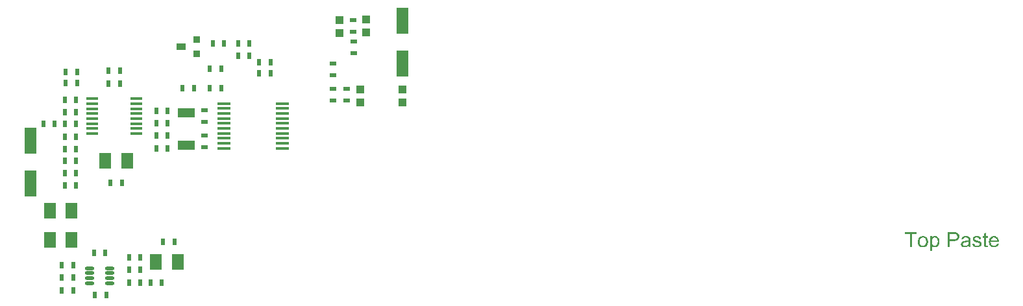
<source format=gtp>
%FSLAX25Y25*%
%MOIN*%
G70*
G01*
G75*
G04 Layer_Color=8421504*
%ADD10R,0.02362X0.03543*%
%ADD11R,0.03543X0.02362*%
%ADD12R,0.03937X0.04331*%
%ADD13R,0.06299X0.13780*%
%ADD14R,0.05000X0.03600*%
%ADD15R,0.03600X0.03600*%
%ADD16R,0.06693X0.01750*%
%ADD17R,0.08661X0.05118*%
%ADD18R,0.06299X0.07874*%
%ADD19O,0.04921X0.01772*%
%ADD20R,0.06102X0.01378*%
%ADD21C,0.01000*%
%ADD22C,0.00800*%
%ADD23C,0.02500*%
%ADD24C,0.02000*%
%ADD25C,0.08000*%
%ADD26C,0.07000*%
%ADD27C,0.10000*%
%ADD28R,0.07000X0.07000*%
%ADD29C,0.04724*%
%ADD30C,0.05906*%
%ADD31R,0.07000X0.07000*%
%ADD32C,0.08661*%
%ADD33C,0.07874*%
G04:AMPARAMS|DCode=34|XSize=118.11mil|YSize=39.37mil|CornerRadius=19.69mil|HoleSize=0mil|Usage=FLASHONLY|Rotation=0.000|XOffset=0mil|YOffset=0mil|HoleType=Round|Shape=RoundedRectangle|*
%AMROUNDEDRECTD34*
21,1,0.11811,0.00000,0,0,0.0*
21,1,0.07874,0.03937,0,0,0.0*
1,1,0.03937,0.03937,0.00000*
1,1,0.03937,-0.03937,0.00000*
1,1,0.03937,-0.03937,0.00000*
1,1,0.03937,0.03937,0.00000*
%
%ADD34ROUNDEDRECTD34*%
%ADD35O,0.15748X0.03937*%
G04:AMPARAMS|DCode=36|XSize=118.11mil|YSize=39.37mil|CornerRadius=19.69mil|HoleSize=0mil|Usage=FLASHONLY|Rotation=90.000|XOffset=0mil|YOffset=0mil|HoleType=Round|Shape=RoundedRectangle|*
%AMROUNDEDRECTD36*
21,1,0.11811,0.00000,0,0,90.0*
21,1,0.07874,0.03937,0,0,90.0*
1,1,0.03937,0.00000,0.03937*
1,1,0.03937,0.00000,-0.03937*
1,1,0.03937,0.00000,-0.03937*
1,1,0.03937,0.00000,0.03937*
%
%ADD36ROUNDEDRECTD36*%
%ADD37C,0.05512*%
%ADD38C,0.17716*%
%ADD39C,0.07874*%
%ADD40C,0.03937*%
%ADD41C,0.03150*%
%ADD42R,0.05118X0.05906*%
%ADD43R,0.05315X0.02953*%
%ADD44C,0.01200*%
%ADD45C,0.00787*%
%ADD46C,0.01500*%
%ADD47C,0.00394*%
%ADD48C,0.00700*%
%ADD49C,0.00591*%
G36*
X461587Y29987D02*
X459054D01*
Y23210D01*
X458032D01*
Y29987D01*
X455499D01*
Y30898D01*
X461587D01*
Y29987D01*
D02*
G37*
G36*
X497084Y28787D02*
X498039D01*
Y28054D01*
X497084D01*
Y24777D01*
Y24755D01*
Y24710D01*
Y24643D01*
X497095Y24566D01*
X497106Y24388D01*
X497117Y24310D01*
X497128Y24255D01*
X497140Y24232D01*
X497173Y24188D01*
X497217Y24132D01*
X497295Y24077D01*
X497317Y24066D01*
X497373Y24044D01*
X497473Y24021D01*
X497617Y24010D01*
X497728D01*
X497784Y24021D01*
X497862D01*
X497951Y24032D01*
X498039Y24044D01*
X498162Y23210D01*
X498139D01*
X498095Y23199D01*
X498017Y23188D01*
X497917Y23177D01*
X497806Y23155D01*
X497684Y23144D01*
X497439Y23133D01*
X497351D01*
X497262Y23144D01*
X497151Y23155D01*
X497017Y23166D01*
X496884Y23199D01*
X496762Y23233D01*
X496639Y23288D01*
X496628Y23299D01*
X496595Y23321D01*
X496551Y23355D01*
X496484Y23410D01*
X496428Y23466D01*
X496362Y23543D01*
X496295Y23621D01*
X496251Y23721D01*
Y23732D01*
X496229Y23777D01*
X496217Y23855D01*
X496195Y23966D01*
X496173Y24110D01*
X496162Y24199D01*
Y24299D01*
X496151Y24421D01*
X496140Y24543D01*
Y24677D01*
Y24832D01*
Y28054D01*
X495440D01*
Y28787D01*
X496140D01*
Y30165D01*
X497084Y30732D01*
Y28787D01*
D02*
G37*
G36*
X487229Y28899D02*
X487396Y28887D01*
X487585Y28865D01*
X487774Y28832D01*
X487963Y28787D01*
X488140Y28732D01*
X488163Y28721D01*
X488218Y28699D01*
X488296Y28665D01*
X488396Y28621D01*
X488507Y28554D01*
X488618Y28488D01*
X488718Y28399D01*
X488807Y28310D01*
X488818Y28299D01*
X488840Y28265D01*
X488874Y28210D01*
X488918Y28143D01*
X488974Y28043D01*
X489018Y27943D01*
X489062Y27821D01*
X489096Y27676D01*
Y27665D01*
X489107Y27632D01*
X489118Y27565D01*
X489129Y27477D01*
Y27354D01*
X489140Y27210D01*
X489151Y27021D01*
Y26810D01*
Y25543D01*
Y25532D01*
Y25488D01*
Y25421D01*
Y25332D01*
Y25232D01*
Y25110D01*
X489162Y24843D01*
Y24566D01*
X489174Y24288D01*
X489185Y24166D01*
Y24055D01*
X489196Y23955D01*
X489207Y23877D01*
Y23866D01*
X489218Y23821D01*
X489229Y23755D01*
X489262Y23666D01*
X489285Y23566D01*
X489329Y23455D01*
X489385Y23332D01*
X489440Y23210D01*
X488451D01*
X488440Y23221D01*
X488429Y23266D01*
X488407Y23321D01*
X488374Y23410D01*
X488340Y23510D01*
X488318Y23632D01*
X488296Y23766D01*
X488274Y23910D01*
X488263D01*
X488251Y23888D01*
X488185Y23832D01*
X488085Y23755D01*
X487952Y23655D01*
X487785Y23555D01*
X487618Y23444D01*
X487440Y23344D01*
X487252Y23266D01*
X487229Y23255D01*
X487163Y23244D01*
X487063Y23210D01*
X486940Y23177D01*
X486785Y23144D01*
X486607Y23121D01*
X486407Y23099D01*
X486207Y23088D01*
X486118D01*
X486052Y23099D01*
X485974D01*
X485885Y23110D01*
X485685Y23144D01*
X485463Y23199D01*
X485218Y23277D01*
X484996Y23388D01*
X484796Y23532D01*
X484774Y23555D01*
X484719Y23610D01*
X484641Y23710D01*
X484552Y23844D01*
X484463Y24010D01*
X484385Y24199D01*
X484330Y24432D01*
X484318Y24543D01*
X484307Y24677D01*
Y24699D01*
Y24743D01*
X484318Y24821D01*
X484330Y24921D01*
X484352Y25043D01*
X484385Y25166D01*
X484430Y25299D01*
X484485Y25421D01*
X484496Y25432D01*
X484518Y25477D01*
X484563Y25543D01*
X484619Y25621D01*
X484685Y25710D01*
X484774Y25799D01*
X484863Y25888D01*
X484974Y25965D01*
X484985Y25977D01*
X485030Y25999D01*
X485085Y26043D01*
X485174Y26088D01*
X485274Y26132D01*
X485396Y26188D01*
X485518Y26232D01*
X485663Y26277D01*
X485674D01*
X485718Y26288D01*
X485785Y26310D01*
X485874Y26321D01*
X485985Y26343D01*
X486130Y26366D01*
X486296Y26399D01*
X486496Y26421D01*
X486507D01*
X486552Y26432D01*
X486607D01*
X486685Y26443D01*
X486774Y26454D01*
X486885Y26477D01*
X487007Y26488D01*
X487141Y26510D01*
X487407Y26565D01*
X487696Y26621D01*
X487952Y26688D01*
X488074Y26721D01*
X488185Y26754D01*
Y26765D01*
Y26788D01*
X488196Y26854D01*
Y26932D01*
Y26976D01*
Y26999D01*
Y27010D01*
Y27021D01*
Y27088D01*
X488185Y27199D01*
X488163Y27321D01*
X488129Y27454D01*
X488074Y27588D01*
X488007Y27710D01*
X487918Y27810D01*
X487907Y27821D01*
X487851Y27865D01*
X487763Y27910D01*
X487652Y27976D01*
X487496Y28032D01*
X487318Y28087D01*
X487096Y28121D01*
X486840Y28132D01*
X486729D01*
X486618Y28121D01*
X486463Y28099D01*
X486307Y28076D01*
X486141Y28032D01*
X485985Y27976D01*
X485852Y27899D01*
X485841Y27887D01*
X485796Y27854D01*
X485741Y27799D01*
X485674Y27710D01*
X485607Y27599D01*
X485530Y27454D01*
X485463Y27277D01*
X485396Y27077D01*
X484474Y27199D01*
Y27210D01*
X484485Y27221D01*
Y27254D01*
X484496Y27299D01*
X484530Y27399D01*
X484574Y27543D01*
X484630Y27688D01*
X484696Y27843D01*
X484785Y27999D01*
X484885Y28143D01*
X484896Y28154D01*
X484941Y28199D01*
X485007Y28265D01*
X485096Y28354D01*
X485218Y28443D01*
X485363Y28532D01*
X485530Y28632D01*
X485718Y28710D01*
X485730D01*
X485741Y28721D01*
X485774Y28732D01*
X485818Y28743D01*
X485929Y28776D01*
X486085Y28810D01*
X486263Y28843D01*
X486485Y28876D01*
X486718Y28899D01*
X486985Y28910D01*
X487107D01*
X487229Y28899D01*
D02*
G37*
G36*
X480908Y30887D02*
X481097Y30876D01*
X481297Y30865D01*
X481486Y30843D01*
X481652Y30821D01*
X481674D01*
X481752Y30798D01*
X481852Y30776D01*
X481986Y30743D01*
X482130Y30687D01*
X482285Y30621D01*
X482452Y30543D01*
X482596Y30454D01*
X482619Y30443D01*
X482663Y30410D01*
X482730Y30343D01*
X482819Y30265D01*
X482919Y30165D01*
X483019Y30032D01*
X483130Y29887D01*
X483219Y29721D01*
X483230Y29699D01*
X483252Y29643D01*
X483296Y29543D01*
X483341Y29410D01*
X483374Y29254D01*
X483419Y29076D01*
X483441Y28876D01*
X483452Y28665D01*
Y28654D01*
Y28621D01*
Y28576D01*
X483441Y28499D01*
X483430Y28421D01*
X483419Y28321D01*
X483396Y28210D01*
X483374Y28087D01*
X483296Y27832D01*
X483252Y27699D01*
X483185Y27554D01*
X483108Y27410D01*
X483030Y27277D01*
X482930Y27143D01*
X482819Y27010D01*
X482808Y26999D01*
X482785Y26976D01*
X482752Y26943D01*
X482696Y26910D01*
X482630Y26854D01*
X482541Y26799D01*
X482430Y26732D01*
X482308Y26676D01*
X482163Y26610D01*
X481997Y26543D01*
X481819Y26488D01*
X481608Y26443D01*
X481386Y26399D01*
X481141Y26366D01*
X480863Y26343D01*
X480575Y26332D01*
X478608D01*
Y23210D01*
X477586D01*
Y30898D01*
X480741D01*
X480908Y30887D01*
D02*
G37*
G36*
X464965Y28899D02*
X465065Y28887D01*
X465176Y28865D01*
X465298Y28843D01*
X465443Y28821D01*
X465743Y28721D01*
X465898Y28665D01*
X466054Y28587D01*
X466209Y28510D01*
X466365Y28399D01*
X466509Y28288D01*
X466654Y28154D01*
X466665Y28143D01*
X466687Y28121D01*
X466720Y28076D01*
X466765Y28021D01*
X466820Y27943D01*
X466887Y27843D01*
X466954Y27732D01*
X467020Y27610D01*
X467087Y27477D01*
X467154Y27310D01*
X467220Y27143D01*
X467276Y26954D01*
X467320Y26754D01*
X467354Y26543D01*
X467376Y26321D01*
X467387Y26077D01*
Y26065D01*
Y26032D01*
Y25977D01*
Y25899D01*
X467376Y25810D01*
X467365Y25699D01*
Y25588D01*
X467343Y25466D01*
X467309Y25188D01*
X467242Y24910D01*
X467165Y24632D01*
X467054Y24377D01*
Y24366D01*
X467042Y24355D01*
X467020Y24321D01*
X466998Y24277D01*
X466920Y24166D01*
X466820Y24032D01*
X466687Y23877D01*
X466520Y23721D01*
X466331Y23566D01*
X466109Y23421D01*
X466098D01*
X466087Y23410D01*
X466054Y23388D01*
X465998Y23366D01*
X465943Y23344D01*
X465876Y23321D01*
X465709Y23255D01*
X465520Y23199D01*
X465287Y23144D01*
X465043Y23099D01*
X464776Y23088D01*
X464665D01*
X464576Y23099D01*
X464476Y23110D01*
X464365Y23133D01*
X464232Y23155D01*
X464098Y23177D01*
X463798Y23266D01*
X463632Y23332D01*
X463476Y23399D01*
X463321Y23488D01*
X463165Y23588D01*
X463021Y23699D01*
X462876Y23832D01*
X462865Y23844D01*
X462843Y23866D01*
X462810Y23910D01*
X462765Y23977D01*
X462710Y24055D01*
X462654Y24144D01*
X462587Y24255D01*
X462521Y24388D01*
X462454Y24532D01*
X462387Y24699D01*
X462332Y24877D01*
X462276Y25066D01*
X462232Y25277D01*
X462198Y25499D01*
X462176Y25743D01*
X462165Y25999D01*
Y26021D01*
Y26065D01*
X462176Y26143D01*
Y26254D01*
X462187Y26377D01*
X462210Y26532D01*
X462232Y26688D01*
X462276Y26865D01*
X462321Y27043D01*
X462376Y27232D01*
X462443Y27432D01*
X462532Y27621D01*
X462621Y27799D01*
X462743Y27976D01*
X462865Y28143D01*
X463021Y28288D01*
X463032Y28299D01*
X463054Y28310D01*
X463098Y28343D01*
X463154Y28387D01*
X463221Y28432D01*
X463309Y28488D01*
X463398Y28543D01*
X463510Y28599D01*
X463632Y28654D01*
X463765Y28710D01*
X464065Y28810D01*
X464409Y28887D01*
X464587Y28899D01*
X464776Y28910D01*
X464887D01*
X464965Y28899D01*
D02*
G37*
G36*
X471142D02*
X471220Y28887D01*
X471386Y28865D01*
X471587Y28821D01*
X471798Y28754D01*
X472009Y28654D01*
X472220Y28532D01*
X472231D01*
X472242Y28510D01*
X472309Y28465D01*
X472409Y28376D01*
X472531Y28265D01*
X472664Y28121D01*
X472797Y27943D01*
X472931Y27732D01*
X473042Y27499D01*
Y27488D01*
X473053Y27465D01*
X473064Y27432D01*
X473086Y27388D01*
X473109Y27321D01*
X473131Y27243D01*
X473186Y27065D01*
X473242Y26843D01*
X473286Y26599D01*
X473320Y26321D01*
X473331Y26032D01*
Y26021D01*
Y25999D01*
Y25954D01*
Y25888D01*
X473320Y25810D01*
Y25721D01*
X473297Y25521D01*
X473253Y25277D01*
X473197Y25021D01*
X473120Y24755D01*
X473020Y24488D01*
Y24477D01*
X473009Y24455D01*
X472986Y24421D01*
X472964Y24377D01*
X472886Y24255D01*
X472786Y24099D01*
X472664Y23932D01*
X472509Y23766D01*
X472331Y23599D01*
X472120Y23444D01*
X472109D01*
X472097Y23432D01*
X472064Y23410D01*
X472020Y23388D01*
X471909Y23332D01*
X471753Y23266D01*
X471564Y23199D01*
X471364Y23144D01*
X471131Y23099D01*
X470898Y23088D01*
X470820D01*
X470731Y23099D01*
X470620Y23110D01*
X470487Y23133D01*
X470342Y23166D01*
X470198Y23210D01*
X470053Y23277D01*
X470042Y23288D01*
X469987Y23310D01*
X469920Y23355D01*
X469831Y23421D01*
X469742Y23488D01*
X469631Y23577D01*
X469531Y23677D01*
X469442Y23788D01*
Y21077D01*
X468498D01*
Y28787D01*
X469353D01*
Y28054D01*
X469365Y28076D01*
X469409Y28121D01*
X469464Y28199D01*
X469553Y28288D01*
X469653Y28399D01*
X469765Y28499D01*
X469898Y28599D01*
X470031Y28688D01*
X470053Y28699D01*
X470098Y28721D01*
X470187Y28754D01*
X470298Y28799D01*
X470431Y28843D01*
X470587Y28876D01*
X470764Y28899D01*
X470964Y28910D01*
X471087D01*
X471142Y28899D01*
D02*
G37*
G36*
X501439D02*
X501528Y28887D01*
X501639Y28865D01*
X501761Y28843D01*
X501906Y28810D01*
X502039Y28776D01*
X502194Y28721D01*
X502339Y28665D01*
X502494Y28587D01*
X502650Y28499D01*
X502806Y28399D01*
X502950Y28276D01*
X503083Y28143D01*
X503094Y28132D01*
X503117Y28110D01*
X503150Y28065D01*
X503194Y27999D01*
X503250Y27921D01*
X503305Y27832D01*
X503372Y27721D01*
X503439Y27588D01*
X503506Y27443D01*
X503572Y27288D01*
X503628Y27110D01*
X503683Y26921D01*
X503728Y26710D01*
X503761Y26488D01*
X503783Y26254D01*
X503794Y25999D01*
Y25988D01*
Y25943D01*
Y25866D01*
X503783Y25754D01*
X499617D01*
Y25743D01*
Y25710D01*
X499628Y25666D01*
Y25599D01*
X499639Y25521D01*
X499661Y25432D01*
X499695Y25232D01*
X499761Y25010D01*
X499850Y24766D01*
X499972Y24543D01*
X500128Y24343D01*
X500139D01*
X500150Y24321D01*
X500217Y24266D01*
X500317Y24188D01*
X500450Y24110D01*
X500628Y24021D01*
X500828Y23944D01*
X501050Y23888D01*
X501172Y23877D01*
X501306Y23866D01*
X501395D01*
X501495Y23877D01*
X501617Y23899D01*
X501750Y23932D01*
X501906Y23977D01*
X502050Y24044D01*
X502194Y24132D01*
X502206Y24144D01*
X502261Y24188D01*
X502328Y24255D01*
X502406Y24343D01*
X502494Y24466D01*
X502595Y24621D01*
X502695Y24799D01*
X502783Y25010D01*
X503761Y24888D01*
Y24877D01*
X503750Y24855D01*
X503739Y24810D01*
X503717Y24743D01*
X503683Y24677D01*
X503650Y24588D01*
X503561Y24399D01*
X503450Y24188D01*
X503294Y23966D01*
X503117Y23755D01*
X502894Y23555D01*
X502883D01*
X502861Y23532D01*
X502828Y23510D01*
X502783Y23477D01*
X502717Y23444D01*
X502650Y23410D01*
X502561Y23366D01*
X502461Y23321D01*
X502350Y23277D01*
X502239Y23233D01*
X501961Y23166D01*
X501650Y23110D01*
X501306Y23088D01*
X501184D01*
X501106Y23099D01*
X501006Y23110D01*
X500884Y23133D01*
X500750Y23155D01*
X500606Y23177D01*
X500295Y23266D01*
X500128Y23332D01*
X499972Y23399D01*
X499806Y23488D01*
X499650Y23588D01*
X499506Y23699D01*
X499362Y23832D01*
X499350Y23844D01*
X499328Y23866D01*
X499295Y23910D01*
X499250Y23977D01*
X499195Y24055D01*
X499139Y24144D01*
X499073Y24255D01*
X499006Y24377D01*
X498939Y24521D01*
X498873Y24677D01*
X498817Y24855D01*
X498762Y25043D01*
X498717Y25243D01*
X498684Y25466D01*
X498662Y25699D01*
X498651Y25943D01*
Y25954D01*
Y26010D01*
Y26077D01*
X498662Y26177D01*
X498673Y26299D01*
X498684Y26432D01*
X498706Y26588D01*
X498739Y26743D01*
X498828Y27099D01*
X498884Y27277D01*
X498950Y27465D01*
X499039Y27643D01*
X499139Y27810D01*
X499250Y27976D01*
X499373Y28132D01*
X499384Y28143D01*
X499406Y28165D01*
X499450Y28199D01*
X499506Y28254D01*
X499573Y28310D01*
X499661Y28376D01*
X499761Y28454D01*
X499884Y28521D01*
X500006Y28599D01*
X500150Y28665D01*
X500306Y28732D01*
X500472Y28787D01*
X500650Y28843D01*
X500839Y28876D01*
X501039Y28899D01*
X501250Y28910D01*
X501361D01*
X501439Y28899D01*
D02*
G37*
G36*
X492662D02*
X492829Y28887D01*
X493007Y28865D01*
X493195Y28821D01*
X493395Y28776D01*
X493584Y28710D01*
X493595D01*
X493607Y28699D01*
X493662Y28676D01*
X493751Y28632D01*
X493862Y28576D01*
X493984Y28499D01*
X494106Y28410D01*
X494218Y28310D01*
X494318Y28199D01*
X494329Y28188D01*
X494351Y28143D01*
X494395Y28065D01*
X494451Y27976D01*
X494506Y27843D01*
X494562Y27699D01*
X494606Y27532D01*
X494651Y27343D01*
X493729Y27221D01*
Y27243D01*
X493718Y27288D01*
X493695Y27365D01*
X493662Y27465D01*
X493607Y27565D01*
X493540Y27676D01*
X493462Y27788D01*
X493351Y27887D01*
X493340Y27899D01*
X493295Y27921D01*
X493229Y27965D01*
X493129Y28010D01*
X493018Y28054D01*
X492873Y28099D01*
X492696Y28121D01*
X492507Y28132D01*
X492395D01*
X492284Y28121D01*
X492140Y28110D01*
X491996Y28076D01*
X491840Y28043D01*
X491696Y27988D01*
X491573Y27910D01*
X491562Y27899D01*
X491529Y27876D01*
X491484Y27832D01*
X491440Y27765D01*
X491385Y27699D01*
X491340Y27610D01*
X491307Y27510D01*
X491296Y27410D01*
Y27399D01*
Y27376D01*
X491307Y27343D01*
Y27299D01*
X491340Y27188D01*
X491407Y27077D01*
X491418Y27065D01*
X491429Y27054D01*
X491451Y27021D01*
X491496Y26988D01*
X491540Y26954D01*
X491607Y26910D01*
X491684Y26877D01*
X491773Y26832D01*
X491784D01*
X491807Y26821D01*
X491851Y26810D01*
X491929Y26776D01*
X492040Y26743D01*
X492184Y26710D01*
X492273Y26676D01*
X492373Y26654D01*
X492484Y26621D01*
X492607Y26588D01*
X492618D01*
X492651Y26577D01*
X492707Y26565D01*
X492773Y26543D01*
X492851Y26521D01*
X492951Y26499D01*
X493162Y26432D01*
X493395Y26366D01*
X493629Y26288D01*
X493840Y26210D01*
X493929Y26177D01*
X494006Y26143D01*
X494029Y26132D01*
X494073Y26110D01*
X494140Y26077D01*
X494240Y26021D01*
X494340Y25954D01*
X494440Y25866D01*
X494540Y25765D01*
X494629Y25654D01*
X494640Y25643D01*
X494662Y25599D01*
X494706Y25532D01*
X494751Y25432D01*
X494784Y25310D01*
X494829Y25177D01*
X494851Y25021D01*
X494862Y24843D01*
Y24821D01*
Y24766D01*
X494851Y24677D01*
X494829Y24554D01*
X494795Y24421D01*
X494740Y24277D01*
X494673Y24110D01*
X494584Y23955D01*
X494573Y23932D01*
X494529Y23888D01*
X494473Y23810D01*
X494384Y23721D01*
X494262Y23621D01*
X494129Y23510D01*
X493973Y23410D01*
X493784Y23310D01*
X493773D01*
X493762Y23299D01*
X493695Y23277D01*
X493584Y23244D01*
X493440Y23199D01*
X493262Y23155D01*
X493062Y23121D01*
X492851Y23099D01*
X492607Y23088D01*
X492507D01*
X492429Y23099D01*
X492340D01*
X492229Y23110D01*
X492118Y23121D01*
X491996Y23144D01*
X491729Y23199D01*
X491451Y23277D01*
X491185Y23388D01*
X491062Y23455D01*
X490951Y23532D01*
X490940Y23543D01*
X490929Y23555D01*
X490862Y23621D01*
X490762Y23721D01*
X490651Y23877D01*
X490529Y24066D01*
X490407Y24288D01*
X490307Y24566D01*
X490229Y24877D01*
X491162Y25021D01*
Y25010D01*
Y24999D01*
X491185Y24932D01*
X491207Y24821D01*
X491251Y24699D01*
X491307Y24566D01*
X491373Y24421D01*
X491473Y24277D01*
X491596Y24155D01*
X491618Y24144D01*
X491662Y24110D01*
X491751Y24066D01*
X491862Y24010D01*
X492007Y23955D01*
X492173Y23910D01*
X492373Y23877D01*
X492607Y23866D01*
X492718D01*
X492829Y23877D01*
X492973Y23899D01*
X493129Y23932D01*
X493295Y23977D01*
X493440Y24032D01*
X493573Y24121D01*
X493584Y24132D01*
X493629Y24166D01*
X493673Y24221D01*
X493740Y24299D01*
X493795Y24388D01*
X493851Y24499D01*
X493884Y24610D01*
X493895Y24743D01*
Y24755D01*
Y24799D01*
X493884Y24855D01*
X493862Y24932D01*
X493829Y25010D01*
X493773Y25088D01*
X493707Y25177D01*
X493607Y25243D01*
X493595Y25254D01*
X493562Y25266D01*
X493506Y25299D01*
X493418Y25332D01*
X493284Y25377D01*
X493207Y25410D01*
X493118Y25432D01*
X493018Y25466D01*
X492907Y25499D01*
X492784Y25532D01*
X492640Y25565D01*
X492629D01*
X492595Y25577D01*
X492540Y25588D01*
X492473Y25610D01*
X492384Y25632D01*
X492284Y25666D01*
X492073Y25721D01*
X491829Y25799D01*
X491596Y25866D01*
X491373Y25943D01*
X491273Y25988D01*
X491196Y26021D01*
X491173Y26032D01*
X491129Y26054D01*
X491062Y26099D01*
X490973Y26154D01*
X490873Y26232D01*
X490773Y26321D01*
X490673Y26421D01*
X490585Y26543D01*
X490574Y26554D01*
X490551Y26599D01*
X490518Y26676D01*
X490485Y26765D01*
X490451Y26877D01*
X490418Y27010D01*
X490396Y27143D01*
X490385Y27299D01*
Y27321D01*
Y27365D01*
X490396Y27432D01*
X490407Y27532D01*
X490429Y27632D01*
X490451Y27754D01*
X490496Y27865D01*
X490551Y27988D01*
X490562Y27999D01*
X490585Y28043D01*
X490618Y28099D01*
X490673Y28176D01*
X490740Y28254D01*
X490818Y28354D01*
X490907Y28443D01*
X491018Y28521D01*
X491029Y28532D01*
X491062Y28543D01*
X491107Y28576D01*
X491173Y28610D01*
X491262Y28654D01*
X491362Y28699D01*
X491484Y28743D01*
X491618Y28787D01*
X491640Y28799D01*
X491684Y28810D01*
X491762Y28832D01*
X491862Y28854D01*
X491985Y28876D01*
X492118Y28887D01*
X492273Y28910D01*
X492540D01*
X492662Y28899D01*
D02*
G37*
%LPC*%
G36*
X501261Y28132D02*
X501195D01*
X501150Y28121D01*
X501028Y28110D01*
X500884Y28076D01*
X500706Y28021D01*
X500517Y27943D01*
X500339Y27832D01*
X500161Y27688D01*
X500139Y27665D01*
X500095Y27610D01*
X500017Y27510D01*
X499939Y27376D01*
X499850Y27221D01*
X499773Y27021D01*
X499706Y26788D01*
X499673Y26532D01*
X502795D01*
Y26543D01*
Y26565D01*
X502783Y26599D01*
Y26643D01*
X502761Y26776D01*
X502728Y26921D01*
X502672Y27099D01*
X502617Y27265D01*
X502528Y27432D01*
X502428Y27577D01*
Y27588D01*
X502406Y27599D01*
X502350Y27665D01*
X502250Y27754D01*
X502117Y27854D01*
X501950Y27954D01*
X501750Y28043D01*
X501517Y28110D01*
X501395Y28121D01*
X501261Y28132D01*
D02*
G37*
G36*
X480808Y29987D02*
X478608D01*
Y27243D01*
X480675D01*
X480752Y27254D01*
X480830D01*
X480919Y27265D01*
X481130Y27288D01*
X481363Y27332D01*
X481597Y27399D01*
X481808Y27488D01*
X481908Y27543D01*
X481986Y27610D01*
X482008Y27632D01*
X482052Y27676D01*
X482119Y27765D01*
X482197Y27876D01*
X482274Y28021D01*
X482341Y28199D01*
X482385Y28399D01*
X482408Y28632D01*
Y28643D01*
Y28654D01*
Y28710D01*
X482397Y28810D01*
X482374Y28921D01*
X482352Y29043D01*
X482308Y29187D01*
X482241Y29321D01*
X482163Y29454D01*
X482152Y29465D01*
X482119Y29510D01*
X482063Y29565D01*
X481997Y29643D01*
X481897Y29721D01*
X481785Y29787D01*
X481663Y29854D01*
X481519Y29910D01*
X481508D01*
X481463Y29921D01*
X481397Y29932D01*
X481308Y29954D01*
X481174Y29965D01*
X481008Y29976D01*
X480808Y29987D01*
D02*
G37*
G36*
X470876Y28165D02*
X470820D01*
X470776Y28154D01*
X470664Y28132D01*
X470520Y28099D01*
X470353Y28032D01*
X470176Y27932D01*
X470076Y27865D01*
X469987Y27788D01*
X469898Y27699D01*
X469809Y27599D01*
Y27588D01*
X469787Y27577D01*
X469765Y27543D01*
X469742Y27499D01*
X469709Y27432D01*
X469664Y27365D01*
X469620Y27277D01*
X469587Y27188D01*
X469542Y27077D01*
X469498Y26954D01*
X469464Y26821D01*
X469420Y26676D01*
X469398Y26510D01*
X469376Y26343D01*
X469353Y26166D01*
Y25965D01*
Y25954D01*
Y25921D01*
Y25866D01*
X469365Y25788D01*
Y25699D01*
X469376Y25599D01*
X469409Y25366D01*
X469464Y25099D01*
X469531Y24843D01*
X469642Y24588D01*
X469709Y24477D01*
X469787Y24377D01*
X469809Y24355D01*
X469864Y24299D01*
X469953Y24210D01*
X470076Y24121D01*
X470231Y24032D01*
X470409Y23944D01*
X470609Y23888D01*
X470720Y23877D01*
X470831Y23866D01*
X470898D01*
X470942Y23877D01*
X471053Y23899D01*
X471209Y23932D01*
X471375Y23999D01*
X471553Y24088D01*
X471731Y24221D01*
X471820Y24299D01*
X471909Y24388D01*
Y24399D01*
X471931Y24410D01*
X471953Y24443D01*
X471975Y24488D01*
X472020Y24543D01*
X472053Y24621D01*
X472097Y24699D01*
X472142Y24799D01*
X472175Y24899D01*
X472220Y25032D01*
X472264Y25166D01*
X472297Y25310D01*
X472320Y25477D01*
X472342Y25654D01*
X472364Y25843D01*
Y26043D01*
Y26054D01*
Y26088D01*
Y26143D01*
X472353Y26221D01*
Y26310D01*
X472342Y26410D01*
X472309Y26643D01*
X472253Y26899D01*
X472175Y27154D01*
X472064Y27410D01*
X471998Y27532D01*
X471920Y27632D01*
Y27643D01*
X471898Y27654D01*
X471842Y27721D01*
X471753Y27799D01*
X471631Y27899D01*
X471475Y27999D01*
X471298Y28087D01*
X471098Y28143D01*
X470987Y28154D01*
X470876Y28165D01*
D02*
G37*
G36*
X488196Y26010D02*
X488185D01*
X488174Y25999D01*
X488140Y25988D01*
X488096Y25977D01*
X488040Y25954D01*
X487974Y25932D01*
X487896Y25910D01*
X487807Y25888D01*
X487707Y25854D01*
X487585Y25832D01*
X487463Y25799D01*
X487318Y25765D01*
X487163Y25732D01*
X487007Y25699D01*
X486829Y25677D01*
X486641Y25643D01*
X486618D01*
X486552Y25632D01*
X486441Y25610D01*
X486318Y25588D01*
X486185Y25565D01*
X486052Y25532D01*
X485929Y25499D01*
X485818Y25454D01*
X485807D01*
X485774Y25432D01*
X485730Y25410D01*
X485685Y25377D01*
X485552Y25288D01*
X485441Y25155D01*
Y25143D01*
X485418Y25121D01*
X485407Y25077D01*
X485385Y25021D01*
X485363Y24954D01*
X485341Y24888D01*
X485330Y24799D01*
X485319Y24710D01*
Y24699D01*
Y24643D01*
X485330Y24577D01*
X485352Y24488D01*
X485385Y24388D01*
X485441Y24288D01*
X485507Y24177D01*
X485596Y24077D01*
X485607Y24066D01*
X485652Y24044D01*
X485718Y23999D01*
X485807Y23955D01*
X485929Y23910D01*
X486074Y23866D01*
X486241Y23844D01*
X486441Y23832D01*
X486529D01*
X486641Y23844D01*
X486763Y23866D01*
X486918Y23888D01*
X487074Y23932D01*
X487241Y23988D01*
X487407Y24066D01*
X487429Y24077D01*
X487474Y24110D01*
X487552Y24166D01*
X487640Y24243D01*
X487740Y24332D01*
X487851Y24443D01*
X487940Y24577D01*
X488029Y24721D01*
X488040Y24732D01*
X488052Y24777D01*
X488074Y24855D01*
X488107Y24954D01*
X488140Y25088D01*
X488163Y25243D01*
X488174Y25432D01*
X488185Y25654D01*
X488196Y26010D01*
D02*
G37*
G36*
X464776Y28132D02*
X464709D01*
X464654Y28121D01*
X464532Y28110D01*
X464365Y28065D01*
X464176Y27999D01*
X463976Y27910D01*
X463787Y27776D01*
X463687Y27688D01*
X463598Y27599D01*
Y27588D01*
X463576Y27577D01*
X463554Y27543D01*
X463521Y27499D01*
X463487Y27443D01*
X463454Y27376D01*
X463410Y27288D01*
X463365Y27199D01*
X463321Y27088D01*
X463276Y26976D01*
X463243Y26843D01*
X463210Y26699D01*
X463176Y26543D01*
X463154Y26377D01*
X463143Y26188D01*
X463132Y25999D01*
Y25988D01*
Y25954D01*
Y25899D01*
X463143Y25821D01*
Y25732D01*
X463154Y25632D01*
X463187Y25399D01*
X463243Y25132D01*
X463332Y24866D01*
X463443Y24610D01*
X463521Y24499D01*
X463598Y24388D01*
X463610D01*
X463621Y24366D01*
X463687Y24310D01*
X463787Y24221D01*
X463921Y24132D01*
X464087Y24032D01*
X464287Y23944D01*
X464521Y23888D01*
X464643Y23877D01*
X464776Y23866D01*
X464843D01*
X464898Y23877D01*
X465021Y23899D01*
X465187Y23932D01*
X465365Y23999D01*
X465565Y24088D01*
X465754Y24221D01*
X465854Y24310D01*
X465943Y24399D01*
X465954Y24410D01*
X465965Y24421D01*
X465987Y24455D01*
X466020Y24499D01*
X466054Y24554D01*
X466098Y24621D01*
X466143Y24710D01*
X466187Y24799D01*
X466231Y24910D01*
X466265Y25032D01*
X466309Y25166D01*
X466343Y25310D01*
X466376Y25477D01*
X466398Y25643D01*
X466420Y25832D01*
Y26032D01*
Y26043D01*
Y26077D01*
Y26132D01*
X466409Y26199D01*
Y26288D01*
X466398Y26388D01*
X466365Y26621D01*
X466309Y26865D01*
X466220Y27132D01*
X466098Y27376D01*
X466032Y27499D01*
X465943Y27599D01*
Y27610D01*
X465920Y27621D01*
X465854Y27688D01*
X465754Y27765D01*
X465620Y27865D01*
X465454Y27965D01*
X465254Y28054D01*
X465032Y28110D01*
X464909Y28121D01*
X464776Y28132D01*
D02*
G37*
%LPD*%
D10*
X123819Y112598D02*
D03*
X129724D02*
D03*
X123819Y118110D02*
D03*
X129724D02*
D03*
X24606Y107677D02*
D03*
X30512D02*
D03*
X105953Y128000D02*
D03*
X100047D02*
D03*
X98547Y115000D02*
D03*
X104453D02*
D03*
X98547Y104803D02*
D03*
X104453D02*
D03*
X90453Y105000D02*
D03*
X84547D02*
D03*
X77000Y87000D02*
D03*
X71095D02*
D03*
Y93303D02*
D03*
X77000D02*
D03*
X71095Y80500D02*
D03*
X77000D02*
D03*
X71095Y74000D02*
D03*
X77000D02*
D03*
X62953Y11500D02*
D03*
X57047D02*
D03*
X62953Y5000D02*
D03*
X57047D02*
D03*
X39567Y-1575D02*
D03*
X45472D02*
D03*
X68047Y5000D02*
D03*
X73953D02*
D03*
X80453Y26000D02*
D03*
X74547D02*
D03*
X57047Y17803D02*
D03*
X62953D02*
D03*
X39047Y20303D02*
D03*
X44953D02*
D03*
X28453Y14000D02*
D03*
X22547D02*
D03*
Y7500D02*
D03*
X28453D02*
D03*
X22547Y803D02*
D03*
X28453D02*
D03*
X53453Y56197D02*
D03*
X47547D02*
D03*
X24047Y86500D02*
D03*
X29953D02*
D03*
X24094Y79803D02*
D03*
X30000D02*
D03*
X24094Y73606D02*
D03*
X30000D02*
D03*
Y67500D02*
D03*
X24094D02*
D03*
X30000Y61303D02*
D03*
X24094D02*
D03*
X29953Y55000D02*
D03*
X24047D02*
D03*
X13047Y86500D02*
D03*
X18953D02*
D03*
X29953Y92697D02*
D03*
X24047D02*
D03*
Y99000D02*
D03*
X29953D02*
D03*
X30512Y113386D02*
D03*
X24606D02*
D03*
X52453Y107197D02*
D03*
X46547D02*
D03*
Y114000D02*
D03*
X52453D02*
D03*
X113047Y128000D02*
D03*
X118953D02*
D03*
X113047Y121500D02*
D03*
X118953D02*
D03*
D11*
X162000Y104453D02*
D03*
Y98547D02*
D03*
X168697D02*
D03*
Y104453D02*
D03*
X172500Y128953D02*
D03*
Y123047D02*
D03*
X172303Y139953D02*
D03*
Y134047D02*
D03*
X161803Y117453D02*
D03*
Y111547D02*
D03*
X95803Y80453D02*
D03*
Y74547D02*
D03*
X95697Y87547D02*
D03*
Y93453D02*
D03*
D12*
X176000Y97654D02*
D03*
Y104347D02*
D03*
X197500Y97654D02*
D03*
Y104347D02*
D03*
X179000Y140347D02*
D03*
Y133653D02*
D03*
X165013Y139847D02*
D03*
Y133153D02*
D03*
D13*
X197500Y117476D02*
D03*
Y139524D02*
D03*
X6500Y78024D02*
D03*
Y55976D02*
D03*
D14*
X84000Y126300D02*
D03*
D15*
X92000Y130000D02*
D03*
Y122500D02*
D03*
D16*
X106000Y89323D02*
D03*
Y97000D02*
D03*
Y91882D02*
D03*
Y86764D02*
D03*
Y84205D02*
D03*
Y81646D02*
D03*
Y79087D02*
D03*
Y76528D02*
D03*
Y73968D02*
D03*
X135921Y97000D02*
D03*
Y94441D02*
D03*
Y91882D02*
D03*
Y89323D02*
D03*
Y86764D02*
D03*
Y84205D02*
D03*
Y81646D02*
D03*
Y79087D02*
D03*
Y76528D02*
D03*
Y73968D02*
D03*
X106000Y94441D02*
D03*
D17*
X86500Y75700D02*
D03*
Y92300D02*
D03*
D18*
X82012Y15500D02*
D03*
X70988D02*
D03*
X16488Y27000D02*
D03*
X27512D02*
D03*
X16488Y42000D02*
D03*
X27512D02*
D03*
X44988Y67500D02*
D03*
X56012D02*
D03*
D19*
X36980Y12339D02*
D03*
Y9780D02*
D03*
Y7220D02*
D03*
Y4661D02*
D03*
X47020Y12339D02*
D03*
Y9780D02*
D03*
Y7220D02*
D03*
Y4661D02*
D03*
D20*
X60819Y81543D02*
D03*
Y84102D02*
D03*
Y86661D02*
D03*
Y89220D02*
D03*
Y91780D02*
D03*
Y94339D02*
D03*
Y96898D02*
D03*
Y99457D02*
D03*
X38181Y81543D02*
D03*
Y84102D02*
D03*
Y86661D02*
D03*
Y89220D02*
D03*
Y91780D02*
D03*
Y94339D02*
D03*
Y96898D02*
D03*
Y99457D02*
D03*
M02*

</source>
